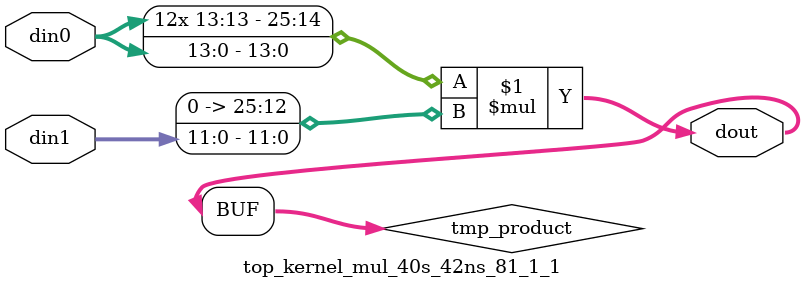
<source format=v>

`timescale 1 ns / 1 ps

 module top_kernel_mul_40s_42ns_81_1_1(din0, din1, dout);
parameter ID = 1;
parameter NUM_STAGE = 0;
parameter din0_WIDTH = 14;
parameter din1_WIDTH = 12;
parameter dout_WIDTH = 26;

input [din0_WIDTH - 1 : 0] din0; 
input [din1_WIDTH - 1 : 0] din1; 
output [dout_WIDTH - 1 : 0] dout;

wire signed [dout_WIDTH - 1 : 0] tmp_product;


























assign tmp_product = $signed(din0) * $signed({1'b0, din1});









assign dout = tmp_product;





















endmodule

</source>
